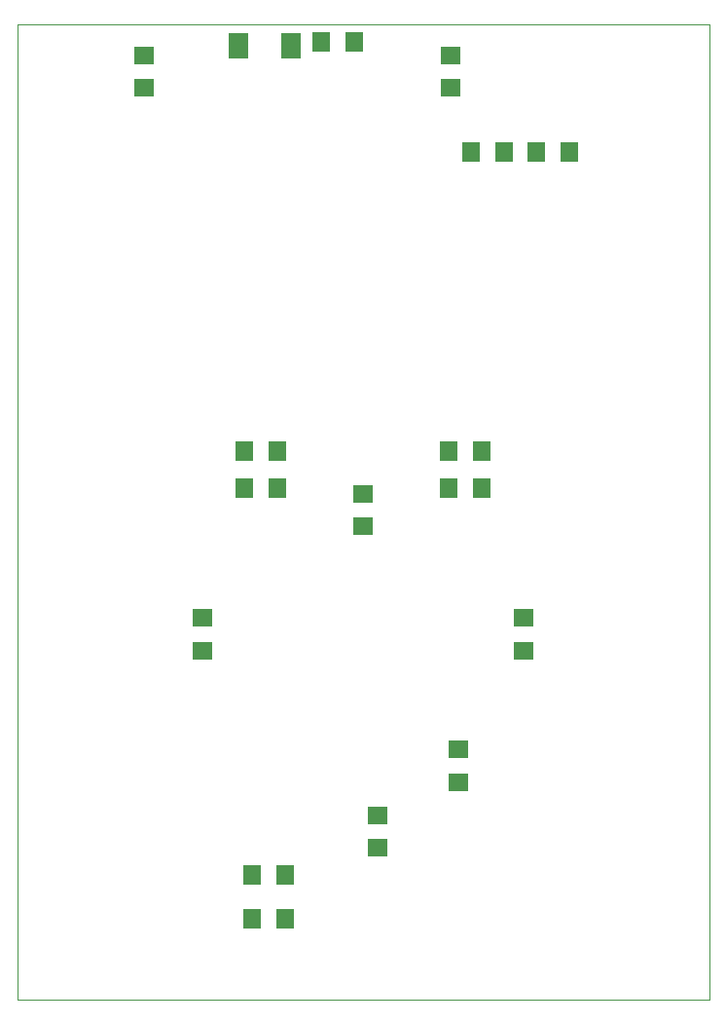
<source format=gbp>
G75*
%MOIN*%
%OFA0B0*%
%FSLAX24Y24*%
%IPPOS*%
%LPD*%
%AMOC8*
5,1,8,0,0,1.08239X$1,22.5*
%
%ADD10C,0.0000*%
%ADD11R,0.0709X0.0866*%
%ADD12R,0.0630X0.0710*%
%ADD13R,0.0710X0.0630*%
D10*
X007676Y000126D02*
X007676Y033501D01*
X031376Y033501D01*
X031376Y000126D01*
X007676Y000126D01*
D11*
X015237Y032751D03*
X017065Y032751D03*
D12*
X018091Y032876D03*
X019211Y032876D03*
X023216Y029126D03*
X024336Y029126D03*
X025466Y029126D03*
X026586Y029126D03*
X023586Y018876D03*
X022466Y018876D03*
X022466Y017626D03*
X023586Y017626D03*
X016586Y017626D03*
X016586Y018876D03*
X015466Y018876D03*
X015466Y017626D03*
X015716Y004376D03*
X016836Y004376D03*
X016836Y002876D03*
X015716Y002876D03*
D13*
X020026Y005316D03*
X020026Y006435D03*
X022776Y007566D03*
X022776Y008685D03*
X025026Y012066D03*
X025026Y013185D03*
X019526Y016316D03*
X019526Y017435D03*
X014026Y013185D03*
X014026Y012066D03*
X012026Y031316D03*
X012026Y032435D03*
X022526Y032435D03*
X022526Y031316D03*
M02*

</source>
